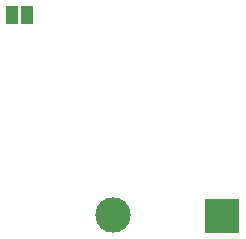
<source format=gbs>
G04 #@! TF.GenerationSoftware,KiCad,Pcbnew,(6.0.1-0)*
G04 #@! TF.CreationDate,2022-01-30T17:40:57-05:00*
G04 #@! TF.ProjectId,impact_v1.1,696d7061-6374-45f7-9631-2e312e6b6963,rev?*
G04 #@! TF.SameCoordinates,Original*
G04 #@! TF.FileFunction,Soldermask,Bot*
G04 #@! TF.FilePolarity,Negative*
%FSLAX46Y46*%
G04 Gerber Fmt 4.6, Leading zero omitted, Abs format (unit mm)*
G04 Created by KiCad (PCBNEW (6.0.1-0)) date 2022-01-30 17:40:57*
%MOMM*%
%LPD*%
G01*
G04 APERTURE LIST*
%ADD10C,3.000000*%
%ADD11R,3.000000X3.000000*%
%ADD12R,1.000000X1.500000*%
G04 APERTURE END LIST*
D10*
X147015200Y-101396800D03*
D11*
X156260800Y-101473000D03*
D12*
X139750000Y-84450000D03*
X138450000Y-84450000D03*
M02*

</source>
